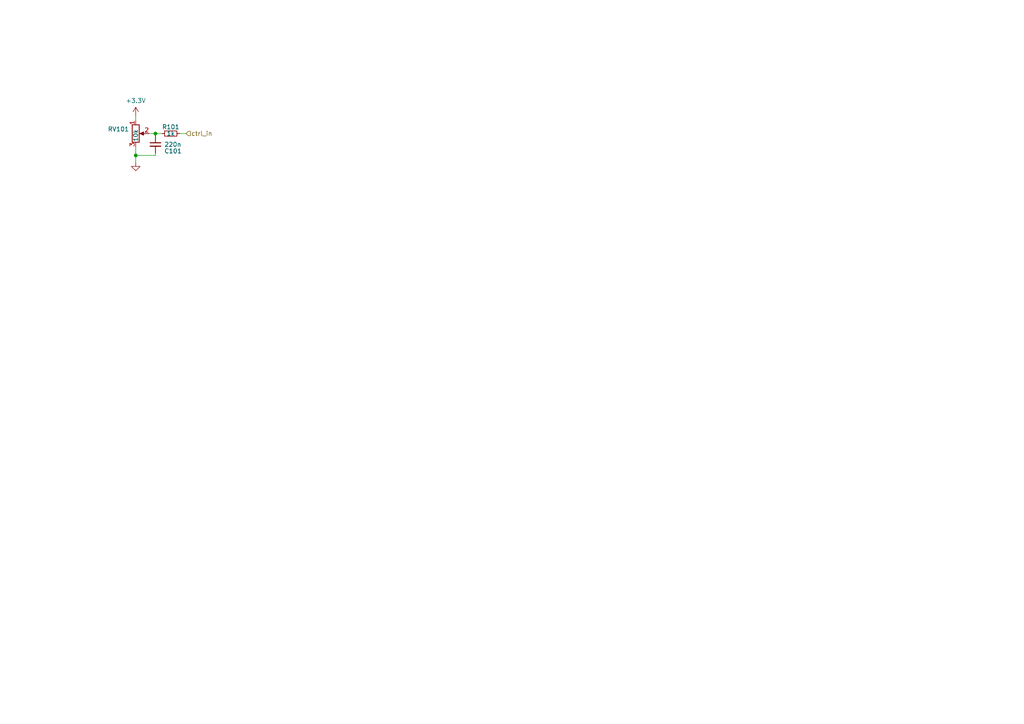
<source format=kicad_sch>
(kicad_sch (version 20230121) (generator eeschema)
  (paper "A4")
  (lib_symbols
    (symbol "Device:C_Small" (pin_numbers hide) (pin_names (offset 0.254) hide)
      (property "Reference" "C" (at 0.254 1.778 0))
      (property "Value" "C_Small" (at 0.254 -2.032 0))
      (symbol "C_Small_0_1"
        (polyline (pts (xy -1.524 -0.508) (xy 1.524 -0.508)) (stroke (width 0.3302)))
        (polyline (pts (xy -1.524 0.508) (xy 1.524 0.508)) (stroke (width 0.3048)))
      )
      (symbol "C_Small_1_1"
        (pin passive line (at 0 2.54 270) (length 2.032) (name "~") (number "1"))
        (pin passive line (at 0 -2.54 90) (length 2.032) (name "~") (number "2"))
      )
    )
    (symbol "Device:R_Potentiometer" (pin_names (offset 1.016) hide)
      (property "Reference" "RV" (at -4.445 0 90))
      (property "Value" "R_Potentiometer" (at -2.54 0 90))
      (symbol "R_Potentiometer_0_1"
        (polyline (pts (xy 2.54 0) (xy 1.524 0)))
        (polyline (pts (xy 1.143 0) (xy 2.286 0.508) (xy 2.286 -0.508) (xy 1.143 0)) (fill (type outline)))
        (rectangle (start 1.016 2.54) (end -1.016 -2.54) (stroke (width 0.254)))
      )
      (symbol "R_Potentiometer_1_1"
        (pin passive line (at 0 3.81 270) (length 1.27) (name "1") (number "1"))
        (pin passive line (at 3.81 0 180) (length 1.27) (name "2") (number "2"))
        (pin passive line (at 0 -3.81 90) (length 1.27) (name "3") (number "3"))
      )
    )
    (symbol "Device:R_Small" (pin_numbers hide) (pin_names (offset 0.254) hide)
      (property "Reference" "R" (at 0.762 0.508 0))
      (property "Value" "R_Small" (at 0.762 -1.016 0))
      (symbol "R_Small_0_1"
        (rectangle (start -0.762 1.778) (end 0.762 -1.778) (stroke (width 0.2032)))
      )
      (symbol "R_Small_1_1"
        (pin passive line (at 0 2.54 270) (length 0.762) (name "~") (number "1"))
        (pin passive line (at 0 -2.54 90) (length 0.762) (name "~") (number "2"))
      )
    )
    (symbol "power:+3.3V" (power) (pin_names (offset 0))
      (property "Value" "+3.3V" (at 0 3.556 0))
      (symbol "+3.3V_0_1"
        (polyline (pts (xy -0.762 1.27) (xy 0 2.54)))
        (polyline (pts (xy 0 0) (xy 0 2.54)))
        (polyline (pts (xy 0 2.54) (xy 0.762 1.27)))
      )
      (symbol "+3.3V_1_1"
        (pin power_in line (at 0 0 90) (length 0) hide (name "+3.3V") (number "1"))
      )
    )
    (symbol "power:GND" (power) (pin_names (offset 0))
      (property "Value" "GND" (at 0 -3.81 0))
      (symbol "GND_0_1"
        (polyline (pts (xy 0 0) (xy 0 -1.27) (xy 1.27 -1.27) (xy 0 -2.54) (xy -1.27 -1.27) (xy 0 -1.27)))
      )
      (symbol "GND_1_1"
        (pin power_in line (at 0 0 270) (length 0) hide (name "GND") (number "1"))
      )
    )
  )
  (junction (at 39.37 45.085))
  (junction (at 45.085 38.735))
  (wire (pts (xy 45.085 45.085) (xy 39.37 45.085)))
  (wire (pts (xy 39.37 42.545) (xy 39.37 45.085)))
  (wire (pts (xy 39.37 45.085) (xy 39.37 46.99)))
  (wire (pts (xy 45.085 38.735) (xy 46.99 38.735)))
  (wire (pts (xy 52.07 38.735) (xy 53.975 38.735)))
  (wire (pts (xy 45.085 44.45) (xy 45.085 45.085)))
  (wire (pts (xy 39.37 33.655) (xy 39.37 34.925)))
  (wire (pts (xy 45.085 38.735) (xy 45.085 39.37)))
  (wire (pts (xy 43.18 38.735) (xy 45.085 38.735)))
  (hierarchical_label "ctrl_in" (shape input) (at 53.975 38.735 0))
  (symbol (lib_id "power:GND") (at 39.37 46.99 0) (unit 1)
    (property "Reference" "#PWR0107" (effects hide))
    (property "Value" "GND" (effects hide))
    (instances (project "teensy-control-panel" (path "" (reference "#PWR0107") (unit 1)) (path "" (reference "#PWR0202") (unit 1)) (path "" (reference "#PWR0302") (unit 1)) (path "" (reference "#PWR0402") (unit 1)) (path "" (reference "#PWR0502") (unit 1)) (path "" (reference "#PWR0602") (unit 1)) (path "" (reference "#PWR0702") (unit 1)) (path "" (reference "#PWR0902") (unit 1)) (path "" (reference "#PWR0802") (unit 1))))
  )
  (symbol (lib_id "Device:C_Small") (at 45.085 41.91 0) (unit 1)
    (property "Reference" "C101" (at 47.625 43.815 0) (effects (justify left)))
    (property "Value" "220n" (at 47.625 41.91 0) (effects (justify left)))
    (property "Footprint" "Capacitor_SMD:C_0603_1608Metric" (effects hide))
    (property "jlcpcb" "C21120" (effects hide))
    (instances (project "teensy-control-panel" (path "" (reference "C101") (unit 1)) (path "" (reference "C201") (unit 1)) (path "" (reference "C301") (unit 1)) (path "" (reference "C401") (unit 1)) (path "" (reference "C501") (unit 1)) (path "" (reference "C601") (unit 1)) (path "" (reference "C701") (unit 1)) (path "" (reference "C901") (unit 1)) (path "" (reference "C801") (unit 1))))
  )
  (symbol (lib_id "Device:R_Potentiometer") (at 39.37 38.735 0) (unit 1)
    (property "Reference" "RV101" (at 37.465 37.465 0) (effects (justify right)))
    (property "Value" "10k" (at 39.37 37.465 90) (effects (justify right)))
    (property "Footprint" "Connector_JST:JST_PH_B3B-PH-SM4-TB_1x03-1MP_P2.00mm_Vertical" (effects hide))
    (property "jlcpcb" "C265082" (effects hide))
    (instances (project "teensy-control-panel" (path "" (reference "RV101") (unit 1)) (path "" (reference "RV201") (unit 1)) (path "" (reference "RV301") (unit 1)) (path "" (reference "RV401") (unit 1)) (path "" (reference "RV501") (unit 1)) (path "" (reference "RV601") (unit 1)) (path "" (reference "RV701") (unit 1)) (path "" (reference "RV901") (unit 1)) (path "" (reference "RV801") (unit 1))))
  )
  (symbol (lib_id "power:+3.3V") (at 39.37 33.655 0) (unit 1)
    (property "Reference" "#PWR0106" (effects hide))
    (property "Value" "+3.3V" (at 39.37 29.21 0))
    (instances (project "teensy-control-panel" (path "" (reference "#PWR0106") (unit 1)) (path "" (reference "#PWR0201") (unit 1)) (path "" (reference "#PWR0301") (unit 1)) (path "" (reference "#PWR0401") (unit 1)) (path "" (reference "#PWR0501") (unit 1)) (path "" (reference "#PWR0601") (unit 1)) (path "" (reference "#PWR0701") (unit 1)) (path "" (reference "#PWR0901") (unit 1)) (path "" (reference "#PWR0801") (unit 1))))
  )
  (symbol (lib_id "Device:R_Small") (at 49.53 38.735 90) (unit 1)
    (property "Reference" "R101" (at 49.53 36.83 90))
    (property "Value" "1k" (at 49.53 38.735 90))
    (property "Footprint" "Resistor_SMD:R_0603_1608Metric" (effects hide))
    (property "jlcpcb" "C21190" (effects hide))
    (instances (project "teensy-control-panel" (path "" (reference "R101") (unit 1)) (path "" (reference "R201") (unit 1)) (path "" (reference "R301") (unit 1)) (path "" (reference "R401") (unit 1)) (path "" (reference "R501") (unit 1)) (path "" (reference "R601") (unit 1)) (path "" (reference "R701") (unit 1)) (path "" (reference "R901") (unit 1)) (path "" (reference "R801") (unit 1))))
  )
)
</source>
